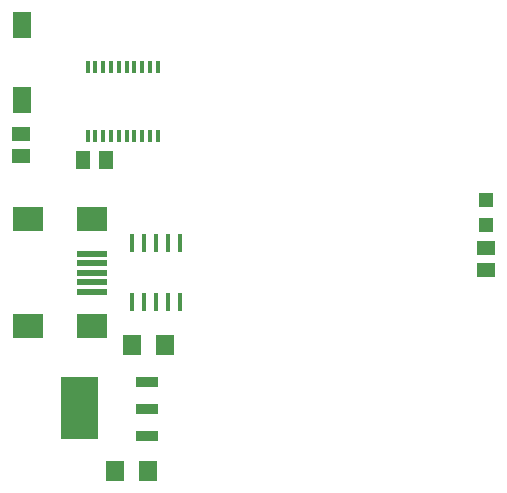
<source format=gbr>
G04 EAGLE Gerber RS-274X export*
G75*
%MOMM*%
%FSLAX34Y34*%
%LPD*%
%INSolderpaste Bottom*%
%IPPOS*%
%AMOC8*
5,1,8,0,0,1.08239X$1,22.5*%
G01*
%ADD10R,1.500000X1.300000*%
%ADD11R,1.600000X2.300000*%
%ADD12R,1.300000X1.500000*%
%ADD13R,1.200000X1.200000*%
%ADD14R,2.500000X0.500000*%
%ADD15R,2.500000X2.000000*%
%ADD16R,0.400000X1.499997*%
%ADD17R,1.900000X0.900000*%
%ADD18R,1.900000X3.200000*%
%ADD19R,1.600000X1.800000*%
%ADD20R,0.400000X1.000000*%

G36*
X88920Y240542D02*
X88920Y240542D01*
X88939Y240540D01*
X89041Y240562D01*
X89143Y240579D01*
X89160Y240588D01*
X89180Y240592D01*
X89269Y240645D01*
X89360Y240694D01*
X89374Y240708D01*
X89391Y240718D01*
X89458Y240797D01*
X89530Y240872D01*
X89538Y240890D01*
X89551Y240905D01*
X89590Y241001D01*
X89633Y241095D01*
X89635Y241115D01*
X89643Y241133D01*
X89661Y241300D01*
X89661Y292100D01*
X89658Y292120D01*
X89660Y292139D01*
X89638Y292241D01*
X89622Y292343D01*
X89612Y292360D01*
X89608Y292380D01*
X89555Y292469D01*
X89506Y292560D01*
X89492Y292574D01*
X89482Y292591D01*
X89403Y292658D01*
X89328Y292730D01*
X89310Y292738D01*
X89295Y292751D01*
X89199Y292790D01*
X89105Y292833D01*
X89085Y292835D01*
X89067Y292843D01*
X88900Y292861D01*
X58420Y292861D01*
X58400Y292858D01*
X58381Y292860D01*
X58279Y292838D01*
X58177Y292822D01*
X58160Y292812D01*
X58140Y292808D01*
X58051Y292755D01*
X57960Y292706D01*
X57946Y292692D01*
X57929Y292682D01*
X57862Y292603D01*
X57791Y292528D01*
X57782Y292510D01*
X57769Y292495D01*
X57730Y292399D01*
X57687Y292305D01*
X57685Y292285D01*
X57677Y292267D01*
X57659Y292100D01*
X57659Y241300D01*
X57662Y241280D01*
X57660Y241261D01*
X57682Y241159D01*
X57699Y241057D01*
X57708Y241040D01*
X57712Y241020D01*
X57765Y240931D01*
X57814Y240840D01*
X57828Y240826D01*
X57838Y240809D01*
X57917Y240742D01*
X57992Y240671D01*
X58010Y240662D01*
X58025Y240649D01*
X58121Y240610D01*
X58215Y240567D01*
X58235Y240565D01*
X58253Y240557D01*
X58420Y240539D01*
X88900Y240539D01*
X88920Y240542D01*
G37*
D10*
X24130Y498450D03*
X24130Y479450D03*
D11*
X25400Y590300D03*
X25400Y527300D03*
D12*
X76860Y476250D03*
X95860Y476250D03*
D13*
X417830Y442300D03*
X417830Y421300D03*
D10*
X417830Y401930D03*
X417830Y382930D03*
D14*
X84690Y381000D03*
X84690Y373000D03*
X84690Y397000D03*
X84690Y389000D03*
D15*
X29690Y426000D03*
X29690Y336000D03*
X84690Y426000D03*
X84690Y336000D03*
D14*
X84690Y365000D03*
D16*
X158430Y355999D03*
X138110Y355999D03*
X148430Y355999D03*
X128430Y355999D03*
X118430Y355999D03*
X118430Y406001D03*
X128430Y406001D03*
X138110Y406001D03*
X148430Y406001D03*
X158430Y406001D03*
D17*
X130830Y288430D03*
X130830Y265430D03*
X130830Y242430D03*
D18*
X69830Y265430D03*
D19*
X132110Y213360D03*
X104110Y213360D03*
X118080Y320040D03*
X146080Y320040D03*
D20*
X80522Y496410D03*
X87126Y496410D03*
X93730Y496350D03*
X100334Y496410D03*
X106938Y496410D03*
X113542Y496410D03*
X120146Y496410D03*
X126750Y496410D03*
X133354Y496410D03*
X139958Y496410D03*
X139958Y554830D03*
X133354Y554830D03*
X126750Y554830D03*
X120146Y554830D03*
X113542Y554830D03*
X106938Y554830D03*
X100334Y554830D03*
X93730Y554890D03*
X87126Y554830D03*
X80522Y554830D03*
M02*

</source>
